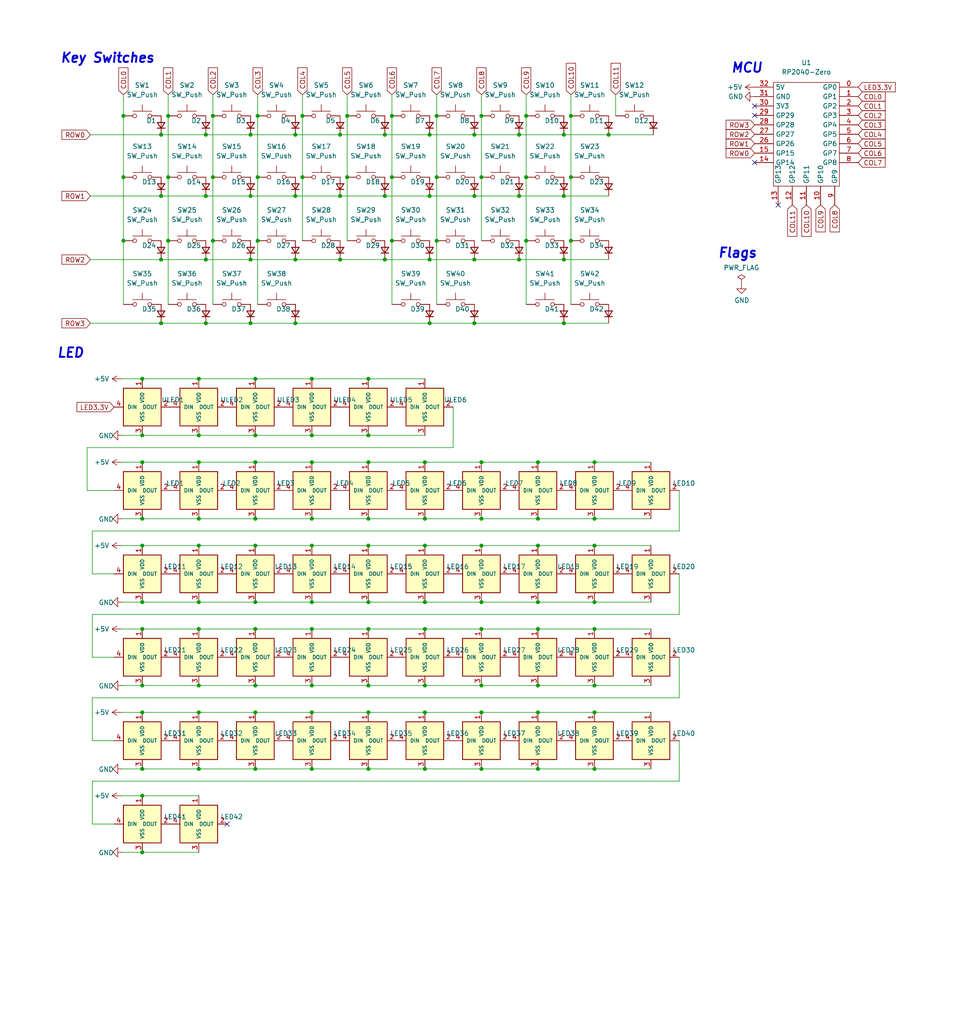
<source format=kicad_sch>
(kicad_sch (version 20230121) (generator eeschema)
  (paper "User" 260.985 275.996)
  (junction (at 43.434 52.832))
  (junction (at 153.924 64.897))
  (junction (at 67.564 52.832))
  (junction (at 129.794 184.785))
  (junction (at 99.314 169.545))
  (junction (at 38.354 117.348))
  (junction (at 115.824 69.977))
  (junction (at 68.834 102.108))
  (junction (at 53.594 117.348))
  (junction (at 33.274 64.897))
  (junction (at 129.794 192.024))
  (junction (at 145.034 162.306))
  (junction (at 152.019 87.122))
  (junction (at 103.759 52.832))
  (junction (at 145.034 147.066))
  (junction (at 84.074 169.545))
  (junction (at 68.834 147.066))
  (junction (at 43.434 87.122))
  (junction (at 145.034 192.024))
  (junction (at 99.314 192.024))
  (junction (at 141.859 47.752))
  (junction (at 105.664 64.897))
  (junction (at 84.074 184.785))
  (junction (at 127.889 36.322))
  (junction (at 79.629 36.322))
  (junction (at 38.354 169.545))
  (junction (at 38.354 147.066))
  (junction (at 129.794 207.264))
  (junction (at 99.314 139.827))
  (junction (at 53.594 139.827))
  (junction (at 33.274 31.242))
  (junction (at 99.314 207.264))
  (junction (at 53.594 192.024))
  (junction (at 68.834 207.264))
  (junction (at 93.599 47.752))
  (junction (at 53.594 124.587))
  (junction (at 152.019 52.832))
  (junction (at 38.354 102.108))
  (junction (at 68.834 192.024))
  (junction (at 84.074 162.306))
  (junction (at 43.434 36.322))
  (junction (at 115.824 87.122))
  (junction (at 160.274 124.587))
  (junction (at 129.794 162.306))
  (junction (at 38.354 229.743))
  (junction (at 160.274 139.827))
  (junction (at 53.594 147.066))
  (junction (at 129.794 139.827))
  (junction (at 57.404 31.242))
  (junction (at 153.924 47.752))
  (junction (at 127.889 69.977))
  (junction (at 91.694 52.832))
  (junction (at 141.859 64.897))
  (junction (at 152.019 69.977))
  (junction (at 99.314 102.108))
  (junction (at 129.794 169.545))
  (junction (at 160.274 147.066))
  (junction (at 114.554 192.024))
  (junction (at 139.954 52.832))
  (junction (at 79.629 69.977))
  (junction (at 91.694 69.977))
  (junction (at 55.499 69.977))
  (junction (at 160.274 207.264))
  (junction (at 45.339 64.897))
  (junction (at 69.469 31.242))
  (junction (at 145.034 207.264))
  (junction (at 84.074 139.827))
  (junction (at 99.314 147.066))
  (junction (at 68.834 117.348))
  (junction (at 68.834 124.587))
  (junction (at 84.074 124.587))
  (junction (at 127.889 52.832))
  (junction (at 115.824 52.832))
  (junction (at 57.404 64.897))
  (junction (at 145.034 139.827))
  (junction (at 145.034 124.587))
  (junction (at 114.554 169.545))
  (junction (at 114.554 147.066))
  (junction (at 84.074 207.264))
  (junction (at 38.354 192.024))
  (junction (at 164.084 36.322))
  (junction (at 103.759 36.322))
  (junction (at 117.729 31.242))
  (junction (at 114.554 184.785))
  (junction (at 105.664 31.242))
  (junction (at 93.599 31.242))
  (junction (at 68.834 184.785))
  (junction (at 38.354 184.785))
  (junction (at 117.729 64.897))
  (junction (at 152.019 36.322))
  (junction (at 84.074 147.066))
  (junction (at 53.594 169.545))
  (junction (at 53.594 102.108))
  (junction (at 45.339 31.242))
  (junction (at 68.834 169.545))
  (junction (at 105.664 47.752))
  (junction (at 99.314 117.348))
  (junction (at 99.314 184.785))
  (junction (at 153.924 31.242))
  (junction (at 68.834 162.306))
  (junction (at 33.274 47.752))
  (junction (at 53.594 184.785))
  (junction (at 38.354 162.306))
  (junction (at 55.499 87.122))
  (junction (at 114.554 162.306))
  (junction (at 38.354 207.264))
  (junction (at 57.404 47.752))
  (junction (at 145.034 184.785))
  (junction (at 43.434 69.977))
  (junction (at 55.499 52.832))
  (junction (at 141.859 31.242))
  (junction (at 115.824 36.322))
  (junction (at 114.554 124.587))
  (junction (at 160.274 162.306))
  (junction (at 69.469 64.897))
  (junction (at 99.314 124.587))
  (junction (at 103.759 69.977))
  (junction (at 38.354 124.587))
  (junction (at 84.074 117.348))
  (junction (at 160.274 169.545))
  (junction (at 160.274 192.024))
  (junction (at 139.954 36.322))
  (junction (at 91.694 36.322))
  (junction (at 67.564 69.977))
  (junction (at 160.274 184.785))
  (junction (at 114.554 139.827))
  (junction (at 55.499 36.322))
  (junction (at 139.954 69.977))
  (junction (at 145.034 169.545))
  (junction (at 79.629 52.832))
  (junction (at 99.314 162.306))
  (junction (at 79.629 87.122))
  (junction (at 127.889 87.122))
  (junction (at 69.469 47.752))
  (junction (at 53.594 162.306))
  (junction (at 45.339 47.752))
  (junction (at 114.554 207.264))
  (junction (at 68.834 139.827))
  (junction (at 67.564 87.122))
  (junction (at 38.354 214.503))
  (junction (at 84.074 192.024))
  (junction (at 129.794 147.066))
  (junction (at 129.794 124.587))
  (junction (at 81.534 31.242))
  (junction (at 84.074 102.108))
  (junction (at 53.594 207.264))
  (junction (at 81.534 47.752))
  (junction (at 38.354 139.827))
  (junction (at 129.794 31.242))
  (junction (at 67.564 36.322))
  (junction (at 117.729 47.752))
  (junction (at 129.794 47.752))
  (no_connect (at 203.454 43.815))
  (no_connect (at 203.454 31.115))
  (no_connect (at 209.804 55.245))
  (no_connect (at 203.454 28.575))
  (no_connect (at 61.214 222.123))
  (wire (pts (xy 152.019 87.122) (xy 164.084 87.122)))
  (wire (pts (xy 129.794 47.752) (xy 129.794 64.897)))
  (wire (pts (xy 160.274 124.587) (xy 175.514 124.587)))
  (wire (pts (xy 141.859 31.242) (xy 141.859 47.752)))
  (wire (pts (xy 43.434 36.322) (xy 55.499 36.322)))
  (wire (pts (xy 38.354 147.066) (xy 53.594 147.066)))
  (wire (pts (xy 38.354 184.785) (xy 53.594 184.785)))
  (wire (pts (xy 160.274 192.024) (xy 175.514 192.024)))
  (wire (pts (xy 99.314 169.545) (xy 114.554 169.545)))
  (wire (pts (xy 105.664 47.752) (xy 105.664 64.897)))
  (wire (pts (xy 55.499 52.832) (xy 67.564 52.832)))
  (wire (pts (xy 160.274 184.785) (xy 175.514 184.785)))
  (wire (pts (xy 160.274 162.306) (xy 175.514 162.306)))
  (wire (pts (xy 114.554 184.785) (xy 129.794 184.785)))
  (wire (pts (xy 93.599 25.527) (xy 93.599 31.242)))
  (wire (pts (xy 57.404 25.527) (xy 57.404 31.242)))
  (wire (pts (xy 183.134 177.165) (xy 183.134 188.087)))
  (wire (pts (xy 139.954 52.832) (xy 152.019 52.832)))
  (wire (pts (xy 24.892 177.165) (xy 30.734 177.165)))
  (wire (pts (xy 38.354 162.306) (xy 53.594 162.306)))
  (wire (pts (xy 122.174 120.65) (xy 23.495 120.65)))
  (wire (pts (xy 33.02 184.785) (xy 38.354 184.785)))
  (wire (pts (xy 53.594 147.066) (xy 68.834 147.066)))
  (wire (pts (xy 99.314 147.066) (xy 114.554 147.066)))
  (wire (pts (xy 115.824 87.122) (xy 127.889 87.122)))
  (wire (pts (xy 32.766 102.108) (xy 38.354 102.108)))
  (wire (pts (xy 114.554 162.306) (xy 129.794 162.306)))
  (wire (pts (xy 68.834 102.108) (xy 84.074 102.108)))
  (wire (pts (xy 24.384 52.832) (xy 43.434 52.832)))
  (wire (pts (xy 67.564 36.322) (xy 79.629 36.322)))
  (wire (pts (xy 129.794 207.264) (xy 145.034 207.264)))
  (wire (pts (xy 114.554 147.066) (xy 129.794 147.066)))
  (wire (pts (xy 55.499 36.322) (xy 67.564 36.322)))
  (wire (pts (xy 55.499 87.122) (xy 67.564 87.122)))
  (wire (pts (xy 122.174 109.728) (xy 122.174 120.65)))
  (wire (pts (xy 24.892 199.644) (xy 30.734 199.644)))
  (wire (pts (xy 114.554 169.545) (xy 129.794 169.545)))
  (wire (pts (xy 117.729 47.752) (xy 117.729 64.897)))
  (wire (pts (xy 33.274 47.752) (xy 33.274 64.897)))
  (wire (pts (xy 115.824 36.322) (xy 127.889 36.322)))
  (wire (pts (xy 53.594 102.108) (xy 68.834 102.108)))
  (wire (pts (xy 129.794 169.545) (xy 145.034 169.545)))
  (wire (pts (xy 32.766 214.503) (xy 38.354 214.503)))
  (wire (pts (xy 33.02 207.264) (xy 38.354 207.264)))
  (wire (pts (xy 53.594 169.545) (xy 68.834 169.545)))
  (wire (pts (xy 183.134 165.608) (xy 24.892 165.608)))
  (wire (pts (xy 38.354 169.545) (xy 53.594 169.545)))
  (wire (pts (xy 84.074 102.108) (xy 99.314 102.108)))
  (wire (pts (xy 183.134 199.644) (xy 183.134 210.566)))
  (wire (pts (xy 79.629 52.832) (xy 91.694 52.832)))
  (wire (pts (xy 38.354 207.264) (xy 53.594 207.264)))
  (wire (pts (xy 84.074 192.024) (xy 99.314 192.024)))
  (wire (pts (xy 103.759 36.322) (xy 115.824 36.322)))
  (wire (pts (xy 69.469 47.752) (xy 69.469 64.897)))
  (wire (pts (xy 81.534 31.242) (xy 81.534 47.752)))
  (wire (pts (xy 24.892 222.123) (xy 30.734 222.123)))
  (wire (pts (xy 183.134 143.129) (xy 24.892 143.129)))
  (wire (pts (xy 24.892 143.129) (xy 24.892 154.686)))
  (wire (pts (xy 84.074 207.264) (xy 99.314 207.264)))
  (wire (pts (xy 53.594 162.306) (xy 68.834 162.306)))
  (wire (pts (xy 127.889 52.832) (xy 139.954 52.832)))
  (wire (pts (xy 91.694 69.977) (xy 103.759 69.977)))
  (wire (pts (xy 24.892 199.644) (xy 24.892 188.087)))
  (wire (pts (xy 127.889 87.122) (xy 152.019 87.122)))
  (wire (pts (xy 84.074 124.587) (xy 99.314 124.587)))
  (wire (pts (xy 33.274 64.897) (xy 33.274 82.042)))
  (wire (pts (xy 99.314 117.348) (xy 114.554 117.348)))
  (wire (pts (xy 91.694 52.832) (xy 103.759 52.832)))
  (wire (pts (xy 115.824 52.832) (xy 127.889 52.832)))
  (wire (pts (xy 24.892 177.165) (xy 24.892 165.608)))
  (wire (pts (xy 38.354 192.024) (xy 53.594 192.024)))
  (wire (pts (xy 33.02 117.348) (xy 38.354 117.348)))
  (wire (pts (xy 129.794 184.785) (xy 145.034 184.785)))
  (wire (pts (xy 127.889 69.977) (xy 139.954 69.977)))
  (wire (pts (xy 67.564 69.977) (xy 79.629 69.977)))
  (wire (pts (xy 183.134 188.087) (xy 24.892 188.087)))
  (wire (pts (xy 139.954 36.322) (xy 152.019 36.322)))
  (wire (pts (xy 68.834 162.306) (xy 84.074 162.306)))
  (wire (pts (xy 141.859 25.527) (xy 141.859 31.242)))
  (wire (pts (xy 84.074 139.827) (xy 99.314 139.827)))
  (wire (pts (xy 152.019 69.977) (xy 164.084 69.977)))
  (wire (pts (xy 153.924 25.527) (xy 153.924 31.242)))
  (wire (pts (xy 84.074 169.545) (xy 99.314 169.545)))
  (wire (pts (xy 68.834 124.587) (xy 84.074 124.587)))
  (wire (pts (xy 68.834 139.827) (xy 84.074 139.827)))
  (wire (pts (xy 68.834 147.066) (xy 84.074 147.066)))
  (wire (pts (xy 183.134 132.207) (xy 183.134 143.129)))
  (wire (pts (xy 129.794 192.024) (xy 145.034 192.024)))
  (wire (pts (xy 105.664 64.897) (xy 105.664 82.042)))
  (wire (pts (xy 33.274 25.527) (xy 33.274 31.242)))
  (wire (pts (xy 45.339 64.897) (xy 45.339 82.042)))
  (wire (pts (xy 68.834 117.348) (xy 84.074 117.348)))
  (wire (pts (xy 145.034 124.587) (xy 160.274 124.587)))
  (wire (pts (xy 43.434 69.977) (xy 55.499 69.977)))
  (wire (pts (xy 91.694 36.322) (xy 103.759 36.322)))
  (wire (pts (xy 53.594 184.785) (xy 68.834 184.785)))
  (wire (pts (xy 183.134 210.566) (xy 24.892 210.566)))
  (wire (pts (xy 43.434 52.832) (xy 55.499 52.832)))
  (wire (pts (xy 53.594 117.348) (xy 68.834 117.348)))
  (wire (pts (xy 93.599 47.752) (xy 93.599 64.897)))
  (wire (pts (xy 33.274 31.242) (xy 33.274 47.752)))
  (wire (pts (xy 141.859 47.752) (xy 141.859 64.897)))
  (wire (pts (xy 99.314 162.306) (xy 114.554 162.306)))
  (wire (pts (xy 57.404 64.897) (xy 57.404 82.042)))
  (wire (pts (xy 129.794 147.066) (xy 145.034 147.066)))
  (wire (pts (xy 183.134 154.686) (xy 183.134 165.608)))
  (wire (pts (xy 24.384 87.122) (xy 43.434 87.122)))
  (wire (pts (xy 129.794 139.827) (xy 145.034 139.827)))
  (wire (pts (xy 129.794 31.242) (xy 129.794 47.752)))
  (wire (pts (xy 145.034 139.827) (xy 160.274 139.827)))
  (wire (pts (xy 38.354 117.348) (xy 53.594 117.348)))
  (wire (pts (xy 160.274 139.827) (xy 175.514 139.827)))
  (wire (pts (xy 79.629 87.122) (xy 115.824 87.122)))
  (wire (pts (xy 127.889 36.322) (xy 139.954 36.322)))
  (wire (pts (xy 145.034 162.306) (xy 160.274 162.306)))
  (wire (pts (xy 68.834 169.545) (xy 84.074 169.545)))
  (wire (pts (xy 139.954 69.977) (xy 152.019 69.977)))
  (wire (pts (xy 67.564 52.832) (xy 79.629 52.832)))
  (wire (pts (xy 38.354 214.503) (xy 53.594 214.503)))
  (wire (pts (xy 53.594 207.264) (xy 68.834 207.264)))
  (wire (pts (xy 141.859 64.897) (xy 141.859 82.042)))
  (wire (pts (xy 24.892 222.123) (xy 24.892 210.566)))
  (wire (pts (xy 99.314 102.108) (xy 114.554 102.108)))
  (wire (pts (xy 68.834 192.024) (xy 84.074 192.024)))
  (wire (pts (xy 114.554 124.587) (xy 129.794 124.587)))
  (wire (pts (xy 53.594 139.827) (xy 68.834 139.827)))
  (wire (pts (xy 69.469 25.527) (xy 69.469 31.242)))
  (wire (pts (xy 67.564 87.122) (xy 79.629 87.122)))
  (wire (pts (xy 79.629 69.977) (xy 91.694 69.977)))
  (wire (pts (xy 24.384 69.977) (xy 43.434 69.977)))
  (wire (pts (xy 24.384 36.322) (xy 43.434 36.322)))
  (wire (pts (xy 84.074 184.785) (xy 99.314 184.785)))
  (wire (pts (xy 43.434 87.122) (xy 55.499 87.122)))
  (wire (pts (xy 114.554 207.264) (xy 129.794 207.264)))
  (wire (pts (xy 153.924 47.752) (xy 153.924 64.897)))
  (wire (pts (xy 45.339 25.527) (xy 45.339 31.242)))
  (wire (pts (xy 45.339 31.242) (xy 45.339 47.752)))
  (wire (pts (xy 117.729 64.897) (xy 117.729 82.042)))
  (wire (pts (xy 99.314 124.587) (xy 114.554 124.587)))
  (wire (pts (xy 69.469 31.242) (xy 69.469 47.752)))
  (wire (pts (xy 145.034 192.024) (xy 160.274 192.024)))
  (wire (pts (xy 23.495 132.207) (xy 30.734 132.207)))
  (wire (pts (xy 45.339 47.752) (xy 45.339 64.897)))
  (wire (pts (xy 117.729 31.242) (xy 117.729 47.752)))
  (wire (pts (xy 53.594 192.024) (xy 68.834 192.024)))
  (wire (pts (xy 84.074 117.348) (xy 99.314 117.348)))
  (wire (pts (xy 152.019 36.322) (xy 164.084 36.322)))
  (wire (pts (xy 33.02 139.827) (xy 38.354 139.827)))
  (wire (pts (xy 38.354 102.108) (xy 53.594 102.108)))
  (wire (pts (xy 81.534 25.527) (xy 81.534 31.242)))
  (wire (pts (xy 103.759 52.832) (xy 115.824 52.832)))
  (wire (pts (xy 160.274 169.545) (xy 175.514 169.545)))
  (wire (pts (xy 114.554 192.024) (xy 129.794 192.024)))
  (wire (pts (xy 129.794 25.527) (xy 129.794 31.242)))
  (wire (pts (xy 84.074 147.066) (xy 99.314 147.066)))
  (wire (pts (xy 129.794 162.306) (xy 145.034 162.306)))
  (wire (pts (xy 165.989 25.527) (xy 165.989 31.242)))
  (wire (pts (xy 32.766 192.024) (xy 38.354 192.024)))
  (wire (pts (xy 68.834 184.785) (xy 84.074 184.785)))
  (wire (pts (xy 81.534 47.752) (xy 81.534 64.897)))
  (wire (pts (xy 57.404 47.752) (xy 57.404 64.897)))
  (wire (pts (xy 164.084 36.322) (xy 176.149 36.322)))
  (wire (pts (xy 99.314 192.024) (xy 114.554 192.024)))
  (wire (pts (xy 32.766 147.066) (xy 38.354 147.066)))
  (wire (pts (xy 160.274 207.264) (xy 175.514 207.264)))
  (wire (pts (xy 160.274 147.066) (xy 175.514 147.066)))
  (wire (pts (xy 33.02 162.306) (xy 38.354 162.306)))
  (wire (pts (xy 84.074 162.306) (xy 99.314 162.306)))
  (wire (pts (xy 93.599 31.242) (xy 93.599 47.752)))
  (wire (pts (xy 79.629 36.322) (xy 91.694 36.322)))
  (wire (pts (xy 69.469 64.897) (xy 69.469 82.042)))
  (wire (pts (xy 129.794 124.587) (xy 145.034 124.587)))
  (wire (pts (xy 55.499 69.977) (xy 67.564 69.977)))
  (wire (pts (xy 153.924 64.897) (xy 153.924 82.042)))
  (wire (pts (xy 32.766 124.587) (xy 38.354 124.587)))
  (wire (pts (xy 38.354 229.743) (xy 53.594 229.743)))
  (wire (pts (xy 114.554 139.827) (xy 129.794 139.827)))
  (wire (pts (xy 99.314 139.827) (xy 114.554 139.827)))
  (wire (pts (xy 57.404 31.242) (xy 57.404 47.752)))
  (wire (pts (xy 117.729 25.527) (xy 117.729 31.242)))
  (wire (pts (xy 32.766 169.545) (xy 38.354 169.545)))
  (wire (pts (xy 145.034 169.545) (xy 160.274 169.545)))
  (wire (pts (xy 68.834 207.264) (xy 84.074 207.264)))
  (wire (pts (xy 145.034 147.066) (xy 160.274 147.066)))
  (wire (pts (xy 115.824 69.977) (xy 127.889 69.977)))
  (wire (pts (xy 38.354 124.587) (xy 53.594 124.587)))
  (wire (pts (xy 105.664 31.242) (xy 105.664 47.752)))
  (wire (pts (xy 38.354 139.827) (xy 53.594 139.827)))
  (wire (pts (xy 145.034 207.264) (xy 160.274 207.264)))
  (wire (pts (xy 99.314 184.785) (xy 114.554 184.785)))
  (wire (pts (xy 105.664 25.527) (xy 105.664 31.242)))
  (wire (pts (xy 145.034 184.785) (xy 160.274 184.785)))
  (wire (pts (xy 53.594 124.587) (xy 68.834 124.587)))
  (wire (pts (xy 153.924 31.242) (xy 153.924 47.752)))
  (wire (pts (xy 24.892 154.686) (xy 30.734 154.686)))
  (wire (pts (xy 99.314 207.264) (xy 114.554 207.264)))
  (wire (pts (xy 23.495 120.65) (xy 23.495 132.207)))
  (wire (pts (xy 152.019 52.832) (xy 164.084 52.832)))
  (wire (pts (xy 33.02 229.743) (xy 38.354 229.743)))
  (wire (pts (xy 103.759 69.977) (xy 115.824 69.977)))
  (text "MCU" (at 196.977 19.939 0) (effects (font (size 2.54 2.54) (thickness 0.508) bold italic) (justify left bottom)))
  (text "LED" (at 15.24 96.774 0) (effects (font (size 2.54 2.54) (thickness 0.508) bold italic) (justify left bottom)))
  (text "Flags" (at 193.421 69.85 0) (effects (font (size 2.54 2.54) (thickness 0.508) bold italic) (justify left bottom)))
  (text "Key Switches" (at 16.129 17.272 0) (effects (font (size 2.54 2.54) (thickness 0.508) bold italic) (justify left bottom)))
  (global_label "LED3.3V" (shape input) (at 30.734 109.728 180) (property "Intersheetrefs" "${INTERSHEET_REFS}" (effects hide)) (property "シート間のリファレンス" "${INTERSHEET_REFS}" (effects hide)))
  (global_label "ROW0" (shape input) (at 203.454 41.275 180) (property "Intersheetrefs" "${INTERSHEET_REFS}" (effects hide)))
  (global_label "COL3" (shape input) (at 69.469 25.527 90) (property "Intersheetrefs" "${INTERSHEET_REFS}" (effects hide)))
  (global_label "COL10" (shape input) (at 153.924 25.527 90) (property "Intersheetrefs" "${INTERSHEET_REFS}" (effects hide)))
  (global_label "ROW1" (shape input) (at 24.384 52.832 180) (property "Intersheetrefs" "${INTERSHEET_REFS}" (effects hide)))
  (global_label "COL4" (shape input) (at 81.534 25.527 90) (property "Intersheetrefs" "${INTERSHEET_REFS}" (effects hide)))
  (global_label "COL5" (shape input) (at 93.599 25.527 90) (property "Intersheetrefs" "${INTERSHEET_REFS}" (effects hide)))
  (global_label "COL9" (shape input) (at 221.234 55.245 270) (property "Intersheetrefs" "${INTERSHEET_REFS}" (effects hide)))
  (global_label "COL2" (shape input) (at 57.404 25.527 90) (property "Intersheetrefs" "${INTERSHEET_REFS}" (effects hide)))
  (global_label "COL2" (shape input) (at 231.394 31.115 0) (property "Intersheetrefs" "${INTERSHEET_REFS}" (effects hide)))
  (global_label "COL10" (shape input) (at 217.424 55.245 270) (property "Intersheetrefs" "${INTERSHEET_REFS}" (effects hide)))
  (global_label "COL5" (shape input) (at 231.394 38.735 0) (property "Intersheetrefs" "${INTERSHEET_REFS}" (effects hide)))
  (global_label "COL0" (shape input) (at 33.274 25.527 90) (property "Intersheetrefs" "${INTERSHEET_REFS}" (effects hide)))
  (global_label "COL4" (shape input) (at 231.394 36.195 0) (property "Intersheetrefs" "${INTERSHEET_REFS}" (effects hide)))
  (global_label "COL8" (shape input) (at 225.044 55.245 270) (property "Intersheetrefs" "${INTERSHEET_REFS}" (effects hide)))
  (global_label "ROW2" (shape input) (at 203.454 36.195 180) (property "Intersheetrefs" "${INTERSHEET_REFS}" (effects hide)))
  (global_label "COL11" (shape input) (at 165.989 25.527 90) (property "Intersheetrefs" "${INTERSHEET_REFS}" (effects hide)))
  (global_label "COL3" (shape input) (at 231.394 33.655 0) (property "Intersheetrefs" "${INTERSHEET_REFS}" (effects hide)))
  (global_label "COL8" (shape input) (at 129.794 25.527 90) (property "Intersheetrefs" "${INTERSHEET_REFS}" (effects hide)))
  (global_label "ROW0" (shape input) (at 24.384 36.322 180) (property "Intersheetrefs" "${INTERSHEET_REFS}" (effects hide)))
  (global_label "ROW1" (shape input) (at 203.454 38.735 180) (property "Intersheetrefs" "${INTERSHEET_REFS}" (effects hide)))
  (global_label "LED3.3V" (shape input) (at 231.394 23.495 0) (property "Intersheetrefs" "${INTERSHEET_REFS}" (effects hide)) (property "シート間のリファレンス" "${INTERSHEET_REFS}" (effects hide)))
  (global_label "COL6" (shape input) (at 105.664 25.527 90) (property "Intersheetrefs" "${INTERSHEET_REFS}" (effects hide)))
  (global_label "COL9" (shape input) (at 141.859 25.527 90) (property "Intersheetrefs" "${INTERSHEET_REFS}" (effects hide)))
  (global_label "COL1" (shape input) (at 231.394 28.575 0) (property "Intersheetrefs" "${INTERSHEET_REFS}" (effects hide)))
  (global_label "ROW3" (shape input) (at 203.454 33.655 180) (property "Intersheetrefs" "${INTERSHEET_REFS}" (effects hide)))
  (global_label "ROW2" (shape input) (at 24.384 69.977 180) (property "Intersheetrefs" "${INTERSHEET_REFS}" (effects hide)))
  (global_label "COL7" (shape input) (at 117.729 25.527 90) (property "Intersheetrefs" "${INTERSHEET_REFS}" (effects hide)))
  (global_label "COL6" (shape input) (at 231.394 41.275 0) (property "Intersheetrefs" "${INTERSHEET_REFS}" (effects hide)))
  (global_label "COL11" (shape input) (at 213.614 55.245 270) (property "Intersheetrefs" "${INTERSHEET_REFS}" (effects hide)))
  (global_label "COL7" (shape input) (at 231.394 43.815 0) (property "Intersheetrefs" "${INTERSHEET_REFS}" (effects hide)))
  (global_label "COL0" (shape input) (at 231.394 26.035 0) (property "Intersheetrefs" "${INTERSHEET_REFS}" (effects hide)))
  (global_label "ROW3" (shape input) (at 24.384 87.122 180) (property "Intersheetrefs" "${INTERSHEET_REFS}" (effects hide)))
  (global_label "COL1" (shape input) (at 45.339 25.527 90) (property "Intersheetrefs" "${INTERSHEET_REFS}" (effects hide)))
  (symbol (lib_id "Noraneko:SK6812MINI-E") (at 53.594 154.686 0) (unit 1)
    (property "Reference" "LED12" (at 62.484 152.7416 0))
    (property "Value" "SK6812MINI-E" (effects hide))
    (property "Footprint" "Noraneko:SK6812MINI-E" (effects hide))
  )
  (symbol (lib_id "Switch:SW_Push") (at 74.549 64.897 0) (unit 1)
    (property "Reference" "SW27" (at 74.549 56.642 0))
    (property "Value" "SW_Push" (at 74.549 59.182 0))
    (property "Footprint" "Noraneko:MX_Socket" (effects hide))
  )
  (symbol (lib_id "Switch:SW_Push") (at 50.419 82.042 0) (unit 1)
    (property "Reference" "SW36" (at 50.419 73.787 0))
    (property "Value" "SW_Push" (at 50.419 76.327 0))
    (property "Footprint" "Noraneko:MX_Socket_1.25U" (effects hide))
  )
  (symbol (lib_id "Switch:SW_Push") (at 50.419 47.752 0) (unit 1)
    (property "Reference" "SW14" (at 50.419 39.497 0))
    (property "Value" "SW_Push" (at 50.419 42.037 0))
    (property "Footprint" "Noraneko:MX_Socket" (effects hide))
  )
  (symbol (lib_id "Noraneko:SK6812MINI-E") (at 53.594 132.207 0) (unit 1)
    (property "Reference" "LED2" (at 62.484 130.2626 0))
    (property "Value" "SK6812MINI-E" (effects hide))
    (property "Footprint" "Noraneko:SK6812MINI-E" (effects hide))
  )
  (symbol (lib_id "Switch:SW_Push") (at 122.809 64.897 0) (unit 1)
    (property "Reference" "SW31" (at 122.809 56.642 0))
    (property "Value" "SW_Push" (at 122.809 59.182 0))
    (property "Footprint" "Noraneko:MX_Socket" (effects hide))
  )
  (symbol (lib_id "Noraneko:SK6812MINI-E") (at 114.554 199.644 0) (unit 1)
    (property "Reference" "LED36" (at 123.444 197.6996 0))
    (property "Value" "SK6812MINI-E" (effects hide))
    (property "Footprint" "Noraneko:SK6812MINI-E" (effects hide))
  )
  (symbol (lib_id "Noraneko:SK6812MINI-E") (at 84.074 132.207 0) (unit 1)
    (property "Reference" "LED4" (at 92.964 130.2626 0))
    (property "Value" "SK6812MINI-E" (effects hide))
    (property "Footprint" "Noraneko:SK6812MINI-E" (effects hide))
  )
  (symbol (lib_id "Noraneko:SK6812MINI-E") (at 129.794 154.686 0) (unit 1)
    (property "Reference" "LED17" (at 138.684 152.7416 0))
    (property "Value" "SK6812MINI-E" (effects hide))
    (property "Footprint" "Noraneko:SK6812MINI-E" (effects hide))
  )
  (symbol (lib_id "Device:D_Small") (at 164.084 84.582 90) (unit 1)
    (property "Reference" "D42" (at 162.814 83.312 90) (effects (justify left)))
    (property "Value" "D" (effects hide))
    (property "Footprint" "Noraneko:1N4148W" (effects hide))
    (property "LCSC" "C81598" (effects hide))
    (property "Sim.Device" "D" (effects hide))
    (property "Sim.Pins" "1=K 2=A" (effects hide))
  )
  (symbol (lib_id "Noraneko:SK6812MINI-E") (at 99.314 199.644 0) (unit 1)
    (property "Reference" "LED35" (at 108.204 197.6996 0))
    (property "Value" "SK6812MINI-E" (effects hide))
    (property "Footprint" "Noraneko:SK6812MINI-E" (effects hide))
  )
  (symbol (lib_id "Noraneko:SK6812MINI-E") (at 175.514 199.644 0) (unit 1)
    (property "Reference" "LED40" (at 184.404 197.6996 0))
    (property "Value" "SK6812MINI-E" (effects hide))
    (property "Footprint" "Noraneko:SK6812MINI-E" (effects hide))
  )
  (symbol (lib_id "Switch:SW_Push") (at 171.069 31.242 0) (unit 1)
    (property "Reference" "SW12" (at 171.069 22.987 0))
    (property "Value" "SW_Push" (at 171.069 25.527 0))
    (property "Footprint" "Noraneko:MX_Socket" (effects hide))
  )
  (symbol (lib_id "power:GND") (at 33.02 139.827 270) (unit 1)
    (property "Reference" "#PWR08" (effects hide))
    (property "Value" "GND" (at 28.6258 139.954 90))
  )
  (symbol (lib_id "Switch:SW_Push") (at 50.419 64.897 0) (unit 1)
    (property "Reference" "SW25" (at 50.419 56.642 0))
    (property "Value" "SW_Push" (at 50.419 59.182 0))
    (property "Footprint" "Noraneko:MX_Socket" (effects hide))
  )
  (symbol (lib_id "Noraneko:SK6812MINI-E") (at 99.314 177.165 0) (unit 1)
    (property "Reference" "LED25" (at 108.204 175.2206 0))
    (property "Value" "SK6812MINI-E" (effects hide))
    (property "Footprint" "Noraneko:SK6812MINI-E" (effects hide))
  )
  (symbol (lib_id "Switch:SW_Push") (at 38.354 47.752 0) (unit 1)
    (property "Reference" "SW13" (at 38.354 39.497 0))
    (property "Value" "SW_Push" (at 38.354 42.037 0))
    (property "Footprint" "Noraneko:MX_Socket_1.25U" (effects hide))
  )
  (symbol (lib_id "Device:D_Small") (at 152.019 84.582 90) (unit 1)
    (property "Reference" "D41" (at 150.749 83.312 90) (effects (justify left)))
    (property "Value" "D" (effects hide))
    (property "Footprint" "Noraneko:1N4148W" (effects hide))
    (property "LCSC" "C81598" (effects hide))
    (property "Sim.Device" "D" (effects hide))
    (property "Sim.Pins" "1=K 2=A" (effects hide))
  )
  (symbol (lib_id "Noraneko:SK6812MINI-E") (at 84.074 199.644 0) (unit 1)
    (property "Reference" "LED34" (at 92.964 197.6996 0))
    (property "Value" "SK6812MINI-E" (effects hide))
    (property "Footprint" "Noraneko:SK6812MINI-E" (effects hide))
  )
  (symbol (lib_id "Device:D_Small") (at 176.149 33.782 90) (unit 1)
    (property "Reference" "D12" (at 174.879 32.512 90) (effects (justify left)))
    (property "Value" "D" (effects hide))
    (property "Footprint" "Noraneko:1N4148W" (effects hide))
    (property "LCSC" "C81598" (effects hide))
    (property "Sim.Device" "D" (effects hide))
    (property "Sim.Pins" "1=K 2=A" (effects hide))
  )
  (symbol (lib_id "Noraneko:SK6812MINI-E") (at 38.354 109.728 0) (unit 1)
    (property "Reference" "ULED1" (at 46.609 107.7836 0))
    (property "Value" "SK6812MINI-E" (effects hide))
    (property "Footprint" "Noraneko:WS2812B_PLCC4_5.0x5.0mm" (effects hide))
  )
  (symbol (lib_id "Device:D_Small") (at 164.084 67.437 90) (unit 1)
    (property "Reference" "D34" (at 162.814 66.167 90) (effects (justify left)))
    (property "Value" "D" (effects hide))
    (property "Footprint" "Noraneko:1N4148W" (effects hide))
    (property "LCSC" "C81598" (effects hide))
    (property "Sim.Device" "D" (effects hide))
    (property "Sim.Pins" "1=K 2=A" (effects hide))
  )
  (symbol (lib_id "Noraneko:SK6812MINI-E") (at 68.834 199.644 0) (unit 1)
    (property "Reference" "LED33" (at 77.089 197.6996 0))
    (property "Value" "SK6812MINI-E" (effects hide))
    (property "Footprint" "Noraneko:SK6812MINI-E_cat_right" (effects hide))
  )
  (symbol (lib_id "Switch:SW_Push") (at 134.874 31.242 0) (unit 1)
    (property "Reference" "SW9" (at 134.874 22.987 0))
    (property "Value" "SW_Push" (at 134.874 25.527 0))
    (property "Footprint" "Noraneko:MX_Socket" (effects hide))
  )
  (symbol (lib_id "Device:D_Small") (at 152.019 33.782 90) (unit 1)
    (property "Reference" "D10" (at 150.749 32.512 90) (effects (justify left)))
    (property "Value" "D" (effects hide))
    (property "Footprint" "Noraneko:1N4148W" (effects hide))
    (property "LCSC" "C81598" (effects hide))
    (property "Sim.Device" "D" (effects hide))
    (property "Sim.Pins" "1=K 2=A" (effects hide))
  )
  (symbol (lib_id "power:GND") (at 33.02 184.785 270) (unit 1)
    (property "Reference" "#PWR012" (effects hide))
    (property "Value" "GND" (at 28.6258 184.912 90))
  )
  (symbol (lib_id "Switch:SW_Push") (at 38.354 82.042 0) (unit 1)
    (property "Reference" "SW35" (at 38.354 73.787 0))
    (property "Value" "SW_Push" (at 38.354 76.327 0))
    (property "Footprint" "Noraneko:MX_Socket" (effects hide))
  )
  (symbol (lib_id "Noraneko:SK6812MINI-E") (at 99.314 132.207 0) (unit 1)
    (property "Reference" "LED5" (at 108.204 130.2626 0))
    (property "Value" "SK6812MINI-E" (effects hide))
    (property "Footprint" "Noraneko:SK6812MINI-E" (effects hide))
  )
  (symbol (lib_id "Switch:SW_Push") (at 86.614 47.752 0) (unit 1)
    (property "Reference" "SW17" (at 86.614 39.497 0))
    (property "Value" "SW_Push" (at 86.614 42.037 0))
    (property "Footprint" "Noraneko:MX_Socket" (effects hide))
  )
  (symbol (lib_id "Noraneko:SK6812MINI-E") (at 53.594 199.644 0) (unit 1)
    (property "Reference" "LED32" (at 62.484 197.6996 0))
    (property "Value" "SK6812MINI-E" (effects hide))
    (property "Footprint" "Noraneko:SK6812MINI-E" (effects hide))
  )
  (symbol (lib_id "Device:D_Small") (at 43.434 50.292 90) (unit 1)
    (property "Reference" "D13" (at 42.164 49.022 90) (effects (justify left)))
    (property "Value" "D" (effects hide))
    (property "Footprint" "Noraneko:1N4148W" (effects hide))
    (property "LCSC" "C81598" (effects hide))
    (property "Sim.Device" "D" (effects hide))
    (property "Sim.Pins" "1=K 2=A" (effects hide))
  )
  (symbol (lib_id "Noraneko:SK6812MINI-E") (at 160.274 154.686 0) (unit 1)
    (property "Reference" "LED19" (at 169.164 152.7416 0))
    (property "Value" "SK6812MINI-E" (effects hide))
    (property "Footprint" "Noraneko:SK6812MINI-E" (effects hide))
  )
  (symbol (lib_id "power:PWR_FLAG") (at 199.898 76.581 0) (unit 1)
    (property "Reference" "#FLG01" (effects hide))
    (property "Value" "PWR_FLAG" (at 199.898 72.1614 0))
  )
  (symbol (lib_id "Device:D_Small") (at 67.564 67.437 90) (unit 1)
    (property "Reference" "D26" (at 66.294 66.167 90) (effects (justify left)))
    (property "Value" "D" (effects hide))
    (property "Footprint" "Noraneko:1N4148W" (effects hide))
    (property "LCSC" "C81598" (effects hide))
    (property "Sim.Device" "D" (effects hide))
    (property "Sim.Pins" "1=K 2=A" (effects hide))
  )
  (symbol (lib_id "Noraneko:SK6812MINI-E") (at 160.274 199.644 0) (unit 1)
    (property "Reference" "LED39" (at 169.164 197.6996 0))
    (property "Value" "SK6812MINI-E" (effects hide))
    (property "Footprint" "Noraneko:SK6812MINI-E_cat_right" (effects hide))
  )
  (symbol (lib_id "Noraneko:SK6812MINI-E") (at 145.034 132.207 0) (unit 1)
    (property "Reference" "LED8" (at 153.289 130.2626 0))
    (property "Value" "SK6812MINI-E" (effects hide))
    (property "Footprint" "Noraneko:SK6812MINI-E" (effects hide))
  )
  (symbol (lib_id "Switch:SW_Push") (at 86.614 64.897 0) (unit 1)
    (property "Reference" "SW28" (at 86.614 56.642 0))
    (property "Value" "SW_Push" (at 86.614 59.182 0))
    (property "Footprint" "Noraneko:MX_Socket" (effects hide))
  )
  (symbol (lib_id "Noraneko:SK6812MINI-E") (at 53.594 177.165 0) (unit 1)
    (property "Reference" "LED22" (at 62.484 175.2206 0))
    (property "Value" "SK6812MINI-E" (effects hide))
    (property "Footprint" "Noraneko:SK6812MINI-E" (effects hide))
  )
  (symbol (lib_id "Noraneko:SK6812MINI-E") (at 129.794 177.165 0) (unit 1)
    (property "Reference" "LED27" (at 138.684 175.2206 0))
    (property "Value" "SK6812MINI-E" (effects hide))
    (property "Footprint" "Noraneko:SK6812MINI-E" (effects hide))
  )
  (symbol (lib_id "Switch:SW_Push") (at 146.939 64.897 0) (unit 1)
    (property "Reference" "SW33" (at 146.939 56.642 0))
    (property "Value" "SW_Push" (at 146.939 59.182 0))
    (property "Footprint" "Noraneko:MX_Socket" (effects hide))
  )
  (symbol (lib_id "Device:D_Small") (at 43.434 84.582 90) (unit 1)
    (property "Reference" "D35" (at 42.164 83.312 90) (effects (justify left)))
    (property "Value" "D" (effects hide))
    (property "Footprint" "Noraneko:1N4148W" (effects hide))
    (property "LCSC" "C81598" (effects hide))
    (property "Sim.Device" "D" (effects hide))
    (property "Sim.Pins" "1=K 2=A" (effects hide))
  )
  (symbol (lib_id "Switch:SW_Push") (at 110.744 64.897 0) (unit 1)
    (property "Reference" "SW30" (at 110.744 56.642 0))
    (property "Value" "SW_Push" (at 110.744 59.182 0))
    (property "Footprint" "Noraneko:MX_Socket" (effects hide))
  )
  (symbol (lib_id "power:GND") (at 33.02 162.306 270) (unit 1)
    (property "Reference" "#PWR010" (effects hide))
    (property "Value" "GND" (at 28.6258 162.433 90))
  )
  (symbol (lib_id "Switch:SW_Push") (at 159.004 82.042 0) (unit 1)
    (property "Reference" "SW42" (at 159.004 73.787 0))
    (property "Value" "SW_Push" (at 159.004 76.327 0))
    (property "Footprint" "Noraneko:MX_Socket" (effects hide))
  )
  (symbol (lib_id "Noraneko:SK6812MINI-E") (at 84.074 177.165 0) (unit 1)
    (property "Reference" "LED24" (at 92.964 175.2206 0))
    (property "Value" "SK6812MINI-E" (effects hide))
    (property "Footprint" "Noraneko:SK6812MINI-E" (effects hide))
  )
  (symbol (lib_id "Noraneko:SK6812MINI-E") (at 114.554 132.207 0) (unit 1)
    (property "Reference" "LED6" (at 123.444 130.2626 0))
    (property "Value" "SK6812MINI-E" (effects hide))
    (property "Footprint" "Noraneko:SK6812MINI-E" (effects hide))
  )
  (symbol (lib_id "Switch:SW_Push") (at 122.809 82.042 0) (unit 1)
    (property "Reference" "SW40" (at 122.809 73.787 0))
    (property "Value" "SW_Push" (at 122.809 76.327 0))
    (property "Footprint" "Noraneko:MX_Socket_1.25U" (effects hide))
  )
  (symbol (lib_id "Switch:SW_Push") (at 74.549 47.752 0) (unit 1)
    (property "Reference" "SW16" (at 74.549 39.497 0))
    (property "Value" "SW_Push" (at 74.549 42.037 0))
    (property "Footprint" "Noraneko:MX_Socket" (effects hide))
  )
  (symbol (lib_id "Noraneko:SK6812MINI-E") (at 114.554 177.165 0) (unit 1)
    (property "Reference" "LED26" (at 123.444 175.2206 0))
    (property "Value" "SK6812MINI-E" (effects hide))
    (property "Footprint" "Noraneko:SK6812MINI-E_cat_right" (effects hide))
  )
  (symbol (lib_id "Device:D_Small") (at 67.564 33.782 90) (unit 1)
    (property "Reference" "D3" (at 66.294 32.512 90) (effects (justify left)))
    (property "Value" "D" (effects hide))
    (property "Footprint" "Noraneko:1N4148W" (effects hide))
    (property "LCSC" "C81598" (effects hide))
    (property "Sim.Device" "D" (effects hide))
    (property "Sim.Pins" "1=K 2=A" (effects hide))
  )
  (symbol (lib_id "Noraneko:SK6812MINI-E") (at 114.554 154.686 0) (unit 1)
    (property "Reference" "LED16" (at 123.444 152.7416 0))
    (property "Value" "SK6812MINI-E" (effects hide))
    (property "Footprint" "Noraneko:SK6812MINI-E" (effects hide))
  )
  (symbol (lib_id "Switch:SW_Push") (at 62.484 64.897 0) (unit 1)
    (property "Reference" "SW26" (at 62.484 56.642 0))
    (property "Value" "SW_Push" (at 62.484 59.182 0))
    (property "Footprint" "Noraneko:MX_Socket" (effects hide))
  )
  (symbol (lib_id "Switch:SW_Push") (at 134.874 47.752 0) (unit 1)
    (property "Reference" "SW21" (at 134.874 39.497 0))
    (property "Value" "SW_Push" (at 134.874 42.037 0))
    (property "Footprint" "Noraneko:MX_Socket" (effects hide))
  )
  (symbol (lib_id "Device:D_Small") (at 127.889 84.582 90) (unit 1)
    (property "Reference" "D40" (at 126.619 83.312 90) (effects (justify left)))
    (property "Value" "D" (effects hide))
    (property "Footprint" "Noraneko:1N4148W" (effects hide))
    (property "LCSC" "C81598" (effects hide))
    (property "Sim.Device" "D" (effects hide))
    (property "Sim.Pins" "1=K 2=A" (effects hide))
  )
  (symbol (lib_id "Switch:SW_Push") (at 159.004 64.897 0) (unit 1)
    (property "Reference" "SW34" (at 159.004 56.642 0))
    (property "Value" "SW_Push" (at 159.004 59.182 0))
    (property "Footprint" "Noraneko:MX_Socket_1.25U" (effects hide))
  )
  (symbol (lib_id "Switch:SW_Push") (at 98.679 31.242 0) (unit 1)
    (property "Reference" "SW6" (at 98.679 22.987 0))
    (property "Value" "SW_Push" (at 98.679 25.527 0))
    (property "Footprint" "Noraneko:MX_Socket" (effects hide))
  )
  (symbol (lib_id "power:GND") (at 33.02 229.743 270) (unit 1)
    (property "Reference" "#PWR016" (effects hide))
    (property "Value" "GND" (at 28.6258 229.87 90))
  )
  (symbol (lib_id "Switch:SW_Push") (at 62.484 31.242 0) (unit 1)
    (property "Reference" "SW3" (at 62.484 22.987 0))
    (property "Value" "SW_Push" (at 62.484 25.527 0))
    (property "Footprint" "Noraneko:MX_Socket" (effects hide))
  )
  (symbol (lib_id "power:+5V") (at 203.454 23.495 90) (unit 1)
    (property "Reference" "#PWR01" (effects hide))
    (property "Value" "+5V" (at 198.12 23.495 90))
  )
  (symbol (lib_id "Device:D_Small") (at 127.889 67.437 90) (unit 1)
    (property "Reference" "D31" (at 126.619 66.167 90) (effects (justify left)))
    (property "Value" "D" (effects hide))
    (property "Footprint" "Noraneko:1N4148W" (effects hide))
    (property "LCSC" "C81598" (effects hide))
    (property "Sim.Device" "D" (effects hide))
    (property "Sim.Pins" "1=K 2=A" (effects hide))
  )
  (symbol (lib_id "power:GND") (at 33.02 117.348 270) (unit 1)
    (property "Reference" "#PWR06" (effects hide))
    (property "Value" "GND" (at 28.6258 117.475 90))
  )
  (symbol (lib_id "Device:D_Small") (at 139.954 33.782 90) (unit 1)
    (property "Reference" "D9" (at 138.684 32.512 90) (effects (justify left)))
    (property "Value" "D" (effects hide))
    (property "Footprint" "Noraneko:1N4148W" (effects hide))
    (property "LCSC" "C81598" (effects hide))
    (property "Sim.Device" "D" (effects hide))
    (property "Sim.Pins" "1=K 2=A" (effects hide))
  )
  (symbol (lib_id "Switch:SW_Push") (at 38.354 31.242 0) (unit 1)
    (property "Reference" "SW1" (at 38.354 22.987 0))
    (property "Value" "SW_Push" (at 38.354 25.527 0))
    (property "Footprint" "Noraneko:MX_Socket" (effects hide))
  )
  (symbol (lib_id "Noraneko:SK6812MINI-E") (at 38.354 222.123 0) (unit 1)
    (property "Reference" "LED41" (at 47.244 220.1786 0))
    (property "Value" "SK6812MINI-E" (effects hide))
    (property "Footprint" "Noraneko:SK6812MINI-E" (effects hide))
  )
  (symbol (lib_id "Device:D_Small") (at 91.694 33.782 90) (unit 1)
    (property "Reference" "D5" (at 90.424 32.512 90) (effects (justify left)))
    (property "Value" "D" (effects hide))
    (property "Footprint" "Noraneko:1N4148W" (effects hide))
    (property "LCSC" "C81598" (effects hide))
    (property "Sim.Device" "D" (effects hide))
    (property "Sim.Pins" "1=K 2=A" (effects hide))
  )
  (symbol (lib_id "Device:D_Small") (at 115.824 50.292 90) (unit 1)
    (property "Reference" "D19" (at 114.554 49.022 90) (effects (justify left)))
    (property "Value" "D" (effects hide))
    (property "Footprint" "Noraneko:1N4148W" (effects hide))
    (property "LCSC" "C81598" (effects hide))
    (property "Sim.Device" "D" (effects hide))
    (property "Sim.Pins" "1=K 2=A" (effects hide))
  )
  (symbol (lib_id "Device:D_Small") (at 91.694 50.292 90) (unit 1)
    (property "Reference" "D17" (at 90.424 49.022 90) (effects (justify left)))
    (property "Value" "D" (effects hide))
    (property "Footprint" "Noraneko:1N4148W" (effects hide))
    (property "LCSC" "C81598" (effects hide))
    (property "Sim.Device" "D" (effects hide))
    (property "Sim.Pins" "1=K 2=A" (effects hide))
  )
  (symbol (lib_id "Switch:SW_Push") (at 146.939 31.242 0) (unit 1)
    (property "Reference" "SW10" (at 146.939 22.987 0))
    (property "Value" "SW_Push" (at 146.939 25.527 0))
    (property "Footprint" "Noraneko:MX_Socket" (effects hide))
  )
  (symbol (lib_id "Noraneko:RP2040-Zero") (at 217.424 17.145 0) (unit 1)
    (property "Reference" "U1" (at 217.424 16.891 0))
    (property "Value" "RP2040-Zero" (at 217.424 19.431 0))
    (property "Footprint" "Noraneko:RP2040-Zero-THT" (effects hide))
  )
  (symbol (lib_id "Device:D_Small") (at 43.434 33.782 90) (unit 1)
    (property "Reference" "D1" (at 42.164 32.512 90) (effects (justify left)))
    (property "Value" "D" (effects hide))
    (property "Footprint" "Noraneko:1N4148W" (effects hide))
    (property "LCSC" "C81598" (effects hide))
    (property "Sim.Device" "D" (effects hide))
    (property "Sim.Pins" "1=K 2=A" (effects hide))
  )
  (symbol (lib_id "Device:D_Small") (at 127.889 50.292 90) (unit 1)
    (property "Reference" "D20" (at 126.619 49.022 90) (effects (justify left)))
    (property "Value" "D" (effects hide))
    (property "Footprint" "Noraneko:1N4148W" (effects hide))
    (property "LCSC" "C81598" (effects hide))
    (property "Sim.Device" "D" (effects hide))
    (property "Sim.Pins" "1=K 2=A" (effects hide))
  )
  (symbol (lib_id "Switch:SW_Push") (at 38.354 64.897 0) (unit 1)
    (property "Reference" "SW24" (at 38.354 56.642 0))
    (property "Value" "SW_Push" (at 38.354 59.182 0))
    (property "Footprint" "Noraneko:MX_Socket_1.75U" (effects hide))
  )
  (symbol (lib_id "Noraneko:SK6812MINI-E") (at 38.354 132.207 0) (unit 1)
    (property "Reference" "LED1" (at 47.244 130.2626 0))
    (property "Value" "SK6812MINI-E" (effects hide))
    (property "Footprint" "Noraneko:SK6812MINI-E_cat_right" (effects hide))
  )
  (symbol (lib_id "Noraneko:SK6812MINI-E") (at 68.834 109.728 0) (unit 1)
    (property "Reference" "ULED3" (at 77.724 107.7836 0))
    (property "Value" "SK6812MINI-E" (effects hide))
    (property "Footprint" "Noraneko:WS2812B_PLCC4_5.0x5.0mm" (effects hide))
  )
  (symbol (lib_id "power:+5V") (at 32.766 192.024 90) (unit 1)
    (property "Reference" "#PWR013" (effects hide))
    (property "Value" "+5V" (at 27.432 192.024 90))
  )
  (symbol (lib_id "power:+5V") (at 32.766 102.108 90) (unit 1)
    (property "Reference" "#PWR05" (effects hide))
    (property "Value" "+5V" (at 27.432 102.108 90))
  )
  (symbol (lib_id "Noraneko:SK6812MINI-E") (at 84.074 109.728 0) (unit 1)
    (property "Reference" "ULED4" (at 92.964 107.7836 0))
    (property "Value" "SK6812MINI-E" (effects hide))
    (property "Footprint" "Noraneko:WS2812B_PLCC4_5.0x5.0mm" (effects hide))
  )
  (symbol (lib_id "Switch:SW_Push") (at 146.939 82.042 0) (unit 1)
    (property "Reference" "SW41" (at 146.939 73.787 0))
    (property "Value" "SW_Push" (at 146.939 76.327 0))
    (property "Footprint" "Noraneko:MX_Socket_1.25U" (effects hide))
  )
  (symbol (lib_id "power:GND") (at 33.02 207.264 270) (unit 1)
    (property "Reference" "#PWR014" (effects hide))
    (property "Value" "GND" (at 28.6258 207.391 90))
  )
  (symbol (lib_id "power:GND") (at 203.454 26.035 270) (unit 1)
    (property "Reference" "#PWR02" (effects hide))
    (property "Value" "GND" (at 198.374 26.035 90))
  )
  (symbol (lib_id "power:+5V") (at 32.766 214.503 90) (unit 1)
    (property "Reference" "#PWR015" (effects hide))
    (property "Value" "+5V" (at 27.432 214.503 90))
  )
  (symbol (lib_id "Noraneko:SK6812MINI-E") (at 160.274 132.207 0) (unit 1)
    (property "Reference" "LED9" (at 169.164 130.2626 0))
    (property "Value" "SK6812MINI-E" (effects hide))
    (property "Footprint" "Noraneko:SK6812MINI-E" (effects hide))
  )
  (symbol (lib_id "Device:D_Small") (at 103.759 33.782 90) (unit 1)
    (property "Reference" "D6" (at 102.489 32.512 90) (effects (justify left)))
    (property "Value" "D" (effects hide))
    (property "Footprint" "Noraneko:1N4148W" (effects hide))
    (property "LCSC" "C81598" (effects hide))
    (property "Sim.Device" "D" (effects hide))
    (property "Sim.Pins" "1=K 2=A" (effects hide))
  )
  (symbol (lib_id "Device:D_Small") (at 127.889 33.782 90) (unit 1)
    (property "Reference" "D8" (at 126.619 32.512 90) (effects (justify left)))
    (property "Value" "D" (effects hide))
    (property "Footprint" "Noraneko:1N4148W" (effects hide))
    (property "LCSC" "C81598" (effects hide))
    (property "Sim.Device" "D" (effects hide))
    (property "Sim.Pins" "1=K 2=A" (effects hide))
  )
  (symbol (lib_id "Noraneko:SK6812MINI-E") (at 160.274 177.165 0) (unit 1)
    (property "Reference" "LED29" (at 169.164 175.2206 0))
    (property "Value" "SK6812MINI-E" (effects hide))
    (property "Footprint" "Noraneko:SK6812MINI-E" (effects hide))
  )
  (symbol (lib_id "Device:D_Small") (at 55.499 50.292 90) (unit 1)
    (property "Reference" "D14" (at 54.229 49.022 90) (effects (justify left)))
    (property "Value" "D" (effects hide))
    (property "Footprint" "Noraneko:1N4148W" (effects hide))
    (property "LCSC" "C81598" (effects hide))
    (property "Sim.Device" "D" (effects hide))
    (property "Sim.Pins" "1=K 2=A" (effects hide))
  )
  (symbol (lib_id "Device:D_Small") (at 55.499 33.782 90) (unit 1)
    (property "Reference" "D2" (at 54.229 32.512 90) (effects (justify left)))
    (property "Value" "D" (effects hide))
    (property "Footprint" "Noraneko:1N4148W" (effects hide))
    (property "LCSC" "C81598" (effects hide))
    (property "Sim.Device" "D" (effects hide))
    (property "Sim.Pins" "1=K 2=A" (effects hide))
  )
  (symbol (lib_id "Noraneko:SK6812MINI-E") (at 175.514 132.207 0) (unit 1)
    (property "Reference" "LED10" (at 184.404 130.2626 0))
    (property "Value" "SK6812MINI-E" (effects hide))
    (property "Footprint" "Noraneko:SK6812MINI-E" (effects hide))
  )
  (symbol (lib_id "Noraneko:SK6812MINI-E") (at 175.514 177.165 0) (unit 1)
    (property "Reference" "LED30" (at 184.404 175.2206 0))
    (property "Value" "SK6812MINI-E" (effects hide))
    (property "Footprint" "Noraneko:SK6812MINI-E" (effects hide))
  )
  (symbol (lib_id "Noraneko:SK6812MINI-E") (at 145.034 177.165 0) (unit 1)
    (property "Reference" "LED28" (at 153.289 175.2206 0))
    (property "Value" "SK6812MINI-E" (effects hide))
    (property "Footprint" "Noraneko:SK6812MINI-E" (effects hide))
  )
  (symbol (lib_id "Device:D_Small") (at 79.629 67.437 90) (unit 1)
    (property "Reference" "D27" (at 78.359 66.167 90) (effects (justify left)))
    (property "Value" "D" (effects hide))
    (property "Footprint" "Noraneko:1N4148W" (effects hide))
    (property "LCSC" "C81598" (effects hide))
    (property "Sim.Device" "D" (effects hide))
    (property "Sim.Pins" "1=K 2=A" (effects hide))
  )
  (symbol (lib_id "Device:D_Small") (at 139.954 50.292 90) (unit 1)
    (property "Reference" "D21" (at 138.684 49.022 90) (effects (justify left)))
    (property "Value" "D" (effects hide))
    (property "Footprint" "Noraneko:1N4148W" (effects hide))
    (property "LCSC" "C81598" (effects hide))
    (property "Sim.Device" "D" (effects hide))
    (property "Sim.Pins" "1=K 2=A" (effects hide))
  )
  (symbol (lib_id "Switch:SW_Push") (at 98.679 47.752 0) (unit 1)
    (property "Reference" "SW18" (at 98.679 39.497 0))
    (property "Value" "SW_Push" (at 98.679 42.037 0))
    (property "Footprint" "Noraneko:MX_Socket" (effects hide))
  )
  (symbol (lib_id "Device:D_Small") (at 67.564 50.292 90) (unit 1)
    (property "Reference" "D15" (at 66.294 49.022 90) (effects (justify left)))
    (property "Value" "D" (effects hide))
    (property "Footprint" "Noraneko:1N4148W" (effects hide))
    (property "LCSC" "C81598" (effects hide))
    (property "Sim.Device" "D" (effects hide))
    (property "Sim.Pins" "1=K 2=A" (effects hide))
  )
  (symbol (lib_id "Noraneko:SK6812MINI-E") (at 38.354 199.644 0) (unit 1)
    (property "Reference" "LED31" (at 47.244 197.6996 0))
    (property "Value" "SK6812MINI-E" (effects hide))
    (property "Footprint" "Noraneko:SK6812MINI-E" (effects hide))
  )
  (symbol (lib_id "Noraneko:SK6812MINI-E") (at 145.034 154.686 0) (unit 1)
    (property "Reference" "LED18" (at 153.289 152.7416 0))
    (property "Value" "SK6812MINI-E" (effects hide))
    (property "Footprint" "Noraneko:SK6812MINI-E" (effects hide))
  )
  (symbol (lib_id "Noraneko:SK6812MINI-E") (at 68.834 132.207 0) (unit 1)
    (property "Reference" "LED3" (at 77.089 130.2626 0))
    (property "Value" "SK6812MINI-E" (effects hide))
    (property "Footprint" "Noraneko:SK6812MINI-E_cat_right" (effects hide))
  )
  (symbol (lib_id "Device:D_Small") (at 43.434 67.437 90) (unit 1)
    (property "Reference" "D24" (at 42.164 66.167 90) (effects (justify left)))
    (property "Value" "D" (effects hide))
    (property "Footprint" "Noraneko:1N4148W" (effects hide))
    (property "LCSC" "C81598" (effects hide))
    (property "Sim.Device" "D" (effects hide))
    (property "Sim.Pins" "1=K 2=A" (effects hide))
  )
  (symbol (lib_id "Noraneko:SK6812MINI-E") (at 38.354 154.686 0) (unit 1)
    (property "Reference" "LED11" (at 47.244 152.7416 0))
    (property "Value" "SK6812MINI-E" (effects hide))
    (property "Footprint" "Noraneko:SK6812MINI-E_cat_right" (effects hide))
  )
  (symbol (lib_id "Device:D_Small") (at 79.629 33.782 90) (unit 1)
    (property "Reference" "D4" (at 78.359 32.512 90) (effects (justify left)))
    (property "Value" "D" (effects hide))
    (property "Footprint" "Noraneko:1N4148W" (effects hide))
    (property "LCSC" "C81598" (effects hide))
    (property "Sim.Device" "D" (effects hide))
    (property "Sim.Pins" "1=K 2=A" (effects hide))
  )
  (symbol (lib_id "Noraneko:SK6812MINI-E") (at 68.834 177.165 0) (unit 1)
    (property "Reference" "LED23" (at 77.089 175.2206 0))
    (property "Value" "SK6812MINI-E" (effects hide))
    (property "Footprint" "Noraneko:SK6812MINI-E" (effects hide))
  )
  (symbol (lib_id "Device:D_Small") (at 152.019 50.292 90) (unit 1)
    (property "Reference" "D22" (at 150.749 49.022 90) (effects (justify left)))
    (property "Value" "D" (effects hide))
    (property "Footprint" "Noraneko:1N4148W" (effects hide))
    (property "LCSC" "C81598" (effects hide))
    (property "Sim.Device" "D" (effects hide))
    (property "Sim.Pins" "1=K 2=A" (effects hide))
  )
  (symbol (lib_id "Switch:SW_Push") (at 62.484 82.042 0) (unit 1)
    (property "Reference" "SW37" (at 62.484 73.787 0))
    (property "Value" "SW_Push" (at 62.484 76.327 0))
    (property "Footprint" "Noraneko:MX_Socket_1.25U" (effects hide))
  )
  (symbol (lib_id "Switch:SW_Push") (at 74.549 31.242 0) (unit 1)
    (property "Reference" "SW4" (at 74.549 22.987 0))
    (property "Value" "SW_Push" (at 74.549 25.527 0))
    (property "Footprint" "Noraneko:MX_Socket" (effects hide))
  )
  (symbol (lib_id "Switch:SW_Push") (at 62.484 47.752 0) (unit 1)
    (property "Reference" "SW15" (at 62.484 39.497 0))
    (property "Value" "SW_Push" (at 62.484 42.037 0))
    (property "Footprint" "Noraneko:MX_Socket" (effects hide))
  )
  (symbol (lib_id "Device:D_Small") (at 164.084 50.292 90) (unit 1)
    (property "Reference" "D23" (at 162.814 49.022 90) (effects (justify left)))
    (property "Value" "D" (effects hide))
    (property "Footprint" "Noraneko:1N4148W" (effects hide))
    (property "LCSC" "C81598" (effects hide))
    (property "Sim.Device" "D" (effects hide))
    (property "Sim.Pins" "1=K 2=A" (effects hide))
  )
  (symbol (lib_id "Device:D_Small") (at 103.759 67.437 90) (unit 1)
    (property "Reference" "D29" (at 102.489 66.167 90) (effects (justify left)))
    (property "Value" "D" (effects hide))
    (property "Footprint" "Noraneko:1N4148W" (effects hide))
    (property "LCSC" "C81598" (effects hide))
    (property "Sim.Device" "D" (effects hide))
    (property "Sim.Pins" "1=K 2=A" (effects hide))
  )
  (symbol (lib_id "Noraneko:SK6812MINI-E") (at 68.834 154.686 0) (unit 1)
    (property "Reference" "LED13" (at 77.089 152.7416 0))
    (property "Value" "SK6812MINI-E" (effects hide))
    (property "Footprint" "Noraneko:SK6812MINI-E" (effects hide))
  )
  (symbol (lib_id "Noraneko:SK6812MINI-E") (at 53.594 222.123 0) (unit 1)
    (property "Reference" "LED42" (at 62.484 220.1786 0))
    (property "Value" "SK6812MINI-E" (effects hide))
    (property "Footprint" "Noraneko:SK6812MINI-E" (effects hide))
  )
  (symbol (lib_id "Noraneko:SK6812MINI-E") (at 114.554 109.728 0) (unit 1)
    (property "Reference" "ULED6" (at 122.809 107.7836 0))
    (property "Value" "SK6812MINI-E" (effects hide))
    (property "Footprint" "Noraneko:WS2812B_PLCC4_5.0x5.0mm" (effects hide))
  )
  (symbol (lib_id "Noraneko:SK6812MINI-E") (at 53.594 109.728 0) (unit 1)
    (property "Reference" "ULED2" (at 62.484 107.7836 0))
    (property "Value" "SK6812MINI-E" (effects hide))
    (property "Footprint" "Noraneko:WS2812B_PLCC4_5.0x5.0mm" (effects hide))
  )
  (symbol (lib_id "Noraneko:SK6812MINI-E") (at 38.354 177.165 0) (unit 1)
    (property "Reference" "LED21" (at 47.244 175.2206 0))
    (property "Value" "SK6812MINI-E" (effects hide))
    (property "Footprint" "Noraneko:SK6812MINI-E" (effects hide))
  )
  (symbol (lib_id "power:+5V") (at 32.766 169.545 90) (unit 1)
    (property "Reference" "#PWR011" (effects hide))
    (property "Value" "+5V" (at 27.432 169.545 90))
  )
  (symbol (lib_id "Switch:SW_Push") (at 146.939 47.752 0) (unit 1)
    (property "Reference" "SW22" (at 146.939 39.497 0))
    (property "Value" "SW_Push" (at 146.939 42.037 0))
    (property "Footprint" "Noraneko:MX_Socket" (effects hide))
  )
  (symbol (lib_id "Switch:SW_Push") (at 159.004 31.242 0) (unit 1)
    (property "Reference" "SW11" (at 159.004 22.987 0))
    (property "Value" "SW_Push" (at 159.004 25.527 0))
    (property "Footprint" "Noraneko:MX_Socket" (effects hide))
  )
  (symbol (lib_id "Switch:SW_Push") (at 110.744 47.752 0) (unit 1)
    (property "Reference" "SW19" (at 110.744 39.497 0))
    (property "Value" "SW_Push" (at 110.744 42.037 0))
    (property "Footprint" "Noraneko:MX_Socket" (effects hide))
  )
  (symbol (lib_id "Device:D_Small") (at 67.564 84.582 90) (unit 1)
    (property "Reference" "D37" (at 66.294 83.312 90) (effects (justify left)))
    (property "Value" "D" (effects hide))
    (property "Footprint" "Noraneko:1N4148W" (effects hide))
    (property "LCSC" "C81598" (effects hide))
    (property "Sim.Device" "D" (effects hide))
    (property "Sim.Pins" "1=K 2=A" (effects hide))
  )
  (symbol (lib_id "Noraneko:SK6812MINI-E") (at 129.794 132.207 0) (unit 1)
    (property "Reference" "LED7" (at 138.684 130.2626 0))
    (property "Value" "SK6812MINI-E" (effects hide))
    (property "Footprint" "Noraneko:SK6812MINI-E_cat_right" (effects hide))
  )
  (symbol (lib_id "Device:D_Small") (at 103.759 50.292 90) (unit 1)
    (property "Reference" "D18" (at 102.489 49.022 90) (effects (justify left)))
    (property "Value" "D" (effects hide))
    (property "Footprint" "Noraneko:1N4148W" (effects hide))
    (property "LCSC" "C81598" (effects hide))
    (property "Sim.Device" "D" (effects hide))
    (property "Sim.Pins" "1=K 2=A" (effects hide))
  )
  (symbol (lib_id "Device:D_Small") (at 152.019 67.437 90) (unit 1)
    (property "Reference" "D33" (at 150.749 66.167 90) (effects (justify left)))
    (property "Value" "D" (effects hide))
    (property "Footprint" "Noraneko:1N4148W" (effects hide))
    (property "LCSC" "C81598" (effects hide))
    (property "Sim.Device" "D" (effects hide))
    (property "Sim.Pins" "1=K 2=A" (effects hide))
  )
  (symbol (lib_id "power:+5V") (at 32.766 147.066 90) (unit 1)
    (property "Reference" "#PWR09" (effects hide))
    (property "Value" "+5V" (at 27.432 147.066 90))
  )
  (symbol (lib_id "Noraneko:SK6812MINI-E") (at 84.074 154.686 0) (unit 1)
    (property "Reference" "LED14" (at 92.964 152.7416 0))
    (property "Value" "SK6812MINI-E" (effects hide))
    (property "Footprint" "Noraneko:SK6812MINI-E" (effects hide))
  )
  (symbol (lib_id "Switch:SW_Push") (at 98.679 64.897 0) (unit 1)
    (property "Reference" "SW29" (at 98.679 56.642 0))
    (property "Value" "SW_Push" (at 98.679 59.182 0))
    (property "Footprint" "Noraneko:MX_Socket" (effects hide))
  )
  (symbol (lib_id "Device:D_Small") (at 139.954 67.437 90) (unit 1)
    (property "Reference" "D32" (at 138.684 66.167 90) (effects (justify left)))
    (property "Value" "D" (effects hide))
    (property "Footprint" "Noraneko:1N4148W" (effects hide))
    (property "LCSC" "C81598" (effects hide))
    (property "Sim.Device" "D" (effects hide))
    (property "Sim.Pins" "1=K 2=A" (effects hide))
  )
  (symbol (lib_id "Device:D_Small") (at 115.824 84.582 90) (unit 1)
    (property "Reference" "D39" (at 114.554 83.312 90) (effects (justify left)))
    (property "Value" "D" (effects hide))
    (property "Footprint" "Noraneko:1N4148W" (effects hide))
    (property "LCSC" "C81598" (effects hide))
    (property "Sim.Device" "D" (effects hide))
    (property "Sim.Pins" "1=K 2=A" (effects hide))
  )
  (symbol (lib_id "Noraneko:SK6812MINI-E") (at 129.794 199.644 0) (unit 1)
    (property "Reference" "LED37" (at 138.684 197.6996 0))
    (property "Value" "SK6812MINI-E" (effects hide))
    (property "Footprint" "Noraneko:SK6812MINI-E" (effects hide))
  )
  (symbol (lib_id "Device:D_Small") (at 115.824 67.437 90) (unit 1)
    (property "Reference" "D30" (at 114.554 66.167 90) (effects (justify left)))
    (property "Value" "D" (effects hide))
    (property "Footprint" "Noraneko:1N4148W" (effects hide))
    (property "LCSC" "C81598" (effects hide))
    (property "Sim.Device" "D" (effects hide))
    (property "Sim.Pins" "1=K 2=A" (effects hide))
  )
  (symbol (lib_id "Noraneko:SK6812MINI-E") (at 99.314 109.728 0) (unit 1)
    (property "Reference" "ULED5" (at 108.204 107.7836 0))
    (property "Value" "SK6812MINI-E" (effects hide))
    (property "Footprint" "Noraneko:WS2812B_PLCC4_5.0x5.0mm" (effects hide))
  )
  (symbol (lib_id "power:GND") (at 199.898 76.581 0) (unit 1)
    (property "Reference" "#PWR04" (effects hide))
    (property "Value" "GND" (at 200.025 80.9752 0))
  )
  (symbol (lib_id "Device:D_Small") (at 55.499 67.437 90) (unit 1)
    (property "Reference" "D25" (at 54.229 66.167 90) (effects (justify left)))
    (property "Value" "D" (effects hide))
    (property "Footprint" "Noraneko:1N4148W" (effects hide))
    (property "LCSC" "C81598" (effects hide))
    (property "Sim.Device" "D" (effects hide))
    (property "Sim.Pins" "1=K 2=A" (effects hide))
  )
  (symbol (lib_id "Switch:SW_Push") (at 86.614 31.242 0) (unit 1)
    (property "Reference" "SW5" (at 86.614 22.987 0))
    (property "Value" "SW_Push" (at 86.614 25.527 0))
    (property "Footprint" "Noraneko:MX_Socket" (effects hide))
  )
  (symbol (lib_id "Device:D_Small") (at 115.824 33.782 90) (unit 1)
    (property "Reference" "D7" (at 114.554 32.512 90) (effects (justify left)))
    (property "Value" "D" (effects hide))
    (property "Footprint" "Noraneko:1N4148W" (effects hide))
    (property "LCSC" "C81598" (effects hide))
    (property "Sim.Device" "D" (effects hide))
    (property "Sim.Pins" "1=K 2=A" (effects hide))
  )
  (symbol (lib_id "Switch:SW_Push") (at 110.744 31.242 0) (unit 1)
    (property "Reference" "SW7" (at 110.744 22.987 0))
    (property "Value" "SW_Push" (at 110.744 25.527 0))
    (property "Footprint" "Noraneko:MX_Socket" (effects hide))
  )
  (symbol (lib_id "Switch:SW_Push") (at 134.874 64.897 0) (unit 1)
    (property "Reference" "SW32" (at 134.874 56.642 0))
    (property "Value" "SW_Push" (at 134.874 59.182 0))
    (property "Footprint" "Noraneko:MX_Socket" (effects hide))
  )
  (symbol (lib_id "Device:D_Small") (at 79.629 50.292 90) (unit 1)
    (property "Reference" "D16" (at 78.359 49.022 90) (effects (justify left)))
    (property "Value" "D" (effects hide))
    (property "Footprint" "Noraneko:1N4148W" (effects hide))
    (property "LCSC" "C81598" (effects hide))
    (property "Sim.Device" "D" (effects hide))
    (property "Sim.Pins" "1=K 2=A" (effects hide))
  )
  (symbol (lib_id "Device:D_Small") (at 164.084 33.782 90) (unit 1)
    (property "Reference" "D11" (at 162.814 32.512 90) (effects (justify left)))
    (property "Value" "D" (effects hide))
    (property "Footprint" "Noraneko:1N4148W" (effects hide))
    (property "LCSC" "C81598" (effects hide))
    (property "Sim.Device" "D" (effects hide))
    (property "Sim.Pins" "1=K 2=A" (effects hide))
  )
  (symbol (lib_id "Device:D_Small") (at 55.499 84.582 90) (unit 1)
    (property "Reference" "D36" (at 54.229 83.312 90) (effects (justify left)))
    (property "Value" "D" (effects hide))
    (property "Footprint" "Noraneko:1N4148W" (effects hide))
    (property "LCSC" "C81598" (effects hide))
    (property "Sim.Device" "D" (effects hide))
    (property "Sim.Pins" "1=K 2=A" (effects hide))
  )
  (symbol (lib_id "Switch:SW_Push") (at 110.744 82.042 0) (unit 1)
    (property "Reference" "SW39" (at 110.744 73.787 0))
    (property "Value" "SW_Push" (at 110.744 76.327 0))
    (property "Footprint" "Noraneko:MX_Socket_2.25U_Re" (effects hide))
  )
  (symbol (lib_id "Switch:SW_Push") (at 159.004 47.752 0) (unit 1)
    (property "Reference" "SW23" (at 159.004 39.497 0))
    (property "Value" "SW_Push" (at 159.004 42.037 0))
    (property "Footprint" "Noraneko:MX_Socket_1.75U" (effects hide))
  )
  (symbol (lib_id "Switch:SW_Push") (at 122.809 47.752 0) (unit 1)
    (property "Reference" "SW20" (at 122.809 39.497 0))
    (property "Value" "SW_Push" (at 122.809 42.037 0))
    (property "Footprint" "Noraneko:MX_Socket" (effects hide))
  )
  (symbol (lib_id "Noraneko:SK6812MINI-E") (at 175.514 154.686 0) (unit 1)
    (property "Reference" "LED20" (at 184.404 152.7416 0))
    (property "Value" "SK6812MINI-E" (effects hide))
    (property "Footprint" "Noraneko:SK6812MINI-E" (effects hide))
  )
  (symbol (lib_id "Switch:SW_Push") (at 122.809 31.242 0) (unit 1)
    (property "Reference" "SW8" (at 122.809 22.987 0))
    (property "Value" "SW_Push" (at 122.809 25.527 0))
    (property "Footprint" "Noraneko:MX_Socket" (effects hide))
  )
  (symbol (lib_id "Noraneko:SK6812MINI-E") (at 145.034 199.644 0) (unit 1)
    (property "Reference" "LED38" (at 153.289 197.6996 0))
    (property "Value" "SK6812MINI-E" (effects hide))
    (property "Footprint" "Noraneko:SK6812MINI-E" (effects hide))
  )
  (symbol (lib_id "Device:D_Small") (at 91.694 67.437 90) (unit 1)
    (property "Reference" "D28" (at 90.424 66.167 90) (effects (justify left)))
    (property "Value" "D" (effects hide))
    (property "Footprint" "Noraneko:1N4148W" (effects hide))
    (property "LCSC" "C81598" (effects hide))
    (property "Sim.Device" "D" (effects hide))
    (property "Sim.Pins" "1=K 2=A" (effects hide))
  )
  (symbol (lib_id "Noraneko:SK6812MINI-E") (at 99.314 154.686 0) (unit 1)
    (property "Reference" "LED15" (at 108.204 152.7416 0))
    (property "Value" "SK6812MINI-E" (effects hide))
    (property "Footprint" "Noraneko:SK6812MINI-E" (effects hide))
  )
  (symbol (lib_id "Switch:SW_Push") (at 74.549 82.042 0) (unit 1)
    (property "Reference" "SW38" (at 74.549 73.787 0))
    (property "Value" "SW_Push" (at 74.549 76.327 0))
    (property "Footprint" "Noraneko:MX_Socket_2.75U_Re" (effects hide))
  )
  (symbol (lib_id "power:+5V") (at 32.766 124.587 90) (unit 1)
    (property "Reference" "#PWR07" (effects hide))
    (property "Value" "+5V" (at 27.432 124.587 90))
  )
  (symbol (lib_id "Switch:SW_Push") (at 50.419 31.242 0) (unit 1)
    (property "Reference" "SW2" (at 50.419 22.987 0))
    (property "Value" "SW_Push" (at 50.419 25.527 0))
    (property "Footprint" "Noraneko:MX_Socket" (effects hide))
  )
  (symbol (lib_id "Device:D_Small") (at 79.629 84.582 90) (unit 1)
    (property "Reference" "D38" (at 78.359 83.312 90) (effects (justify left)))
    (property "Value" "D" (effects hide))
    (property "Footprint" "Noraneko:1N4148W" (effects hide))
    (property "LCSC" "C81598" (effects hide))
    (property "Sim.Device" "D" (effects hide))
    (property "Sim.Pins" "1=K 2=A" (effects hide))
  )
)
</source>
